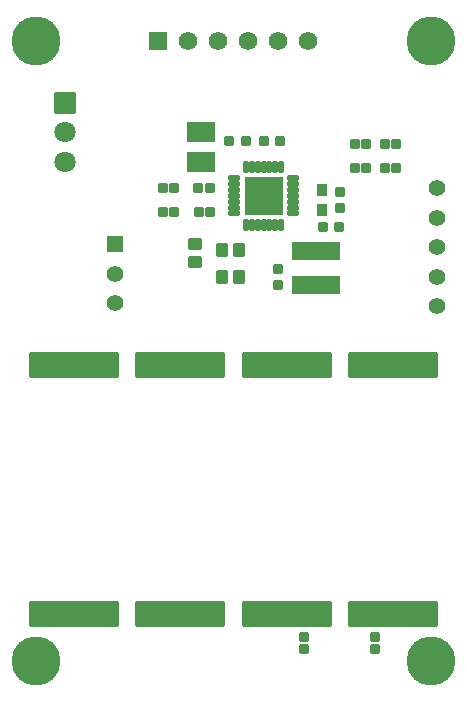
<source format=gbr>
%TF.GenerationSoftware,KiCad,Pcbnew,9.99.0-1490-gab75263b91*%
%TF.CreationDate,2025-06-04T22:15:06+10:00*%
%TF.ProjectId,energy_harvesting_board,656e6572-6779-45f6-9861-727665737469,rev?*%
%TF.SameCoordinates,Original*%
%TF.FileFunction,Soldermask,Top*%
%TF.FilePolarity,Negative*%
%FSLAX46Y46*%
G04 Gerber Fmt 4.6, Leading zero omitted, Abs format (unit mm)*
G04 Created by KiCad (PCBNEW 9.99.0-1490-gab75263b91) date 2025-06-04 22:15:06*
%MOMM*%
%LPD*%
G01*
G04 APERTURE LIST*
G04 Aperture macros list*
%AMRoundRect*
0 Rectangle with rounded corners*
0 $1 Rounding radius*
0 $2 $3 $4 $5 $6 $7 $8 $9 X,Y pos of 4 corners*
0 Add a 4 corners polygon primitive as box body*
4,1,4,$2,$3,$4,$5,$6,$7,$8,$9,$2,$3,0*
0 Add four circle primitives for the rounded corners*
1,1,$1+$1,$2,$3*
1,1,$1+$1,$4,$5*
1,1,$1+$1,$6,$7*
1,1,$1+$1,$8,$9*
0 Add four rect primitives between the rounded corners*
20,1,$1+$1,$2,$3,$4,$5,0*
20,1,$1+$1,$4,$5,$6,$7,0*
20,1,$1+$1,$6,$7,$8,$9,0*
20,1,$1+$1,$8,$9,$2,$3,0*%
G04 Aperture macros list end*
%ADD10C,1.420000*%
%ADD11R,1.400000X1.400000*%
%ADD12C,1.400000*%
%ADD13RoundRect,0.075000X-3.700000X1.000000X-3.700000X-1.000000X3.700000X-1.000000X3.700000X1.000000X0*%
%ADD14RoundRect,0.101300X-0.303900X0.353700X-0.303900X-0.353700X0.303900X-0.353700X0.303900X0.353700X0*%
%ADD15RoundRect,0.075000X-0.350000X0.325000X-0.350000X-0.325000X0.350000X-0.325000X0.350000X0.325000X0*%
%ADD16RoundRect,0.075000X1.100000X0.775000X-1.100000X0.775000X-1.100000X-0.775000X1.100000X-0.775000X0*%
%ADD17RoundRect,0.075000X0.500000X0.400000X-0.500000X0.400000X-0.500000X-0.400000X0.500000X-0.400000X0*%
%ADD18RoundRect,0.101300X0.303900X-0.353700X0.303900X0.353700X-0.303900X0.353700X-0.303900X-0.353700X0*%
%ADD19RoundRect,0.075000X-1.945000X-0.725000X1.945000X-0.725000X1.945000X0.725000X-1.945000X0.725000X0*%
%ADD20RoundRect,0.101300X-0.353700X-0.303900X0.353700X-0.303900X0.353700X0.303900X-0.353700X0.303900X0*%
%ADD21RoundRect,0.101300X0.353700X0.303900X-0.353700X0.303900X-0.353700X-0.303900X0.353700X-0.303900X0*%
%ADD22RoundRect,0.112500X0.375000X0.112500X-0.375000X0.112500X-0.375000X-0.112500X0.375000X-0.112500X0*%
%ADD23RoundRect,0.112500X0.112500X0.375000X-0.112500X0.375000X-0.112500X-0.375000X0.112500X-0.375000X0*%
%ADD24RoundRect,0.075000X1.575000X1.575000X-1.575000X1.575000X-1.575000X-1.575000X1.575000X-1.575000X0*%
%ADD25RoundRect,0.075000X-0.325000X-0.350000X0.325000X-0.350000X0.325000X0.350000X-0.325000X0.350000X0*%
%ADD26C,4.150000*%
%ADD27RoundRect,0.075000X-0.400000X0.500000X-0.400000X-0.500000X0.400000X-0.500000X0.400000X0.500000X0*%
%ADD28RoundRect,0.075000X0.400000X-0.500000X0.400000X0.500000X-0.400000X0.500000X-0.400000X-0.500000X0*%
%ADD29RoundRect,0.075000X0.350000X-0.475000X0.350000X0.475000X-0.350000X0.475000X-0.350000X-0.475000X0*%
%ADD30RoundRect,0.075000X0.825000X-0.825000X0.825000X0.825000X-0.825000X0.825000X-0.825000X-0.825000X0*%
%ADD31C,1.800000*%
%ADD32R,1.570000X1.570000*%
%ADD33C,1.570000*%
G04 APERTURE END LIST*
D10*
%TO.C,TP3*%
X165751100Y-91253600D03*
%TD*%
D11*
%TO.C,R1*%
X138501100Y-96003600D03*
D12*
X138501100Y-98503600D03*
X138501100Y-101003600D03*
%TD*%
D13*
%TO.C,BT2*%
X153001100Y-127253600D03*
X153001100Y-106253600D03*
%TD*%
D14*
%TO.C,C5*%
X152451100Y-87253600D03*
X151051100Y-87253600D03*
%TD*%
D13*
%TO.C,BT1*%
X162001100Y-127253600D03*
X162001100Y-106253600D03*
%TD*%
D15*
%TO.C,R4*%
X143476100Y-91253600D03*
X142526100Y-91253600D03*
%TD*%
D14*
%TO.C,C4*%
X149551100Y-87278600D03*
X148151100Y-87278600D03*
%TD*%
D16*
%TO.C,C3*%
X145751100Y-89003600D03*
X145751100Y-86503600D03*
%TD*%
D17*
%TO.C,R6*%
X145251100Y-97503600D03*
X145251100Y-96003600D03*
%TD*%
D15*
%TO.C,R2*%
X159751100Y-87503600D03*
X158801100Y-87503600D03*
%TD*%
D18*
%TO.C,C2*%
X156051100Y-94503600D03*
X157451100Y-94503600D03*
%TD*%
D15*
%TO.C,R3*%
X159751100Y-89503600D03*
X158801100Y-89503600D03*
%TD*%
D19*
%TO.C,L1*%
X155501100Y-96528600D03*
X155501100Y-99478600D03*
%TD*%
D20*
%TO.C,C1*%
X152251100Y-98053600D03*
X152251100Y-99453600D03*
%TD*%
D21*
%TO.C,C6*%
X157501100Y-92953600D03*
X157501100Y-91553600D03*
%TD*%
D13*
%TO.C,BT3*%
X144001100Y-127253600D03*
X144001100Y-106253600D03*
%TD*%
D22*
%TO.C,U1*%
X153512500Y-93380000D03*
X153512500Y-92880000D03*
X153512500Y-92380000D03*
X153512500Y-91880000D03*
X153512500Y-91380000D03*
X153512500Y-90880000D03*
X153512500Y-90380000D03*
D23*
X152550000Y-89417500D03*
X152050000Y-89417500D03*
X151550000Y-89417500D03*
X151050000Y-89417500D03*
X150550000Y-89417500D03*
X150050000Y-89417500D03*
X149550000Y-89417500D03*
D22*
X148587500Y-90380000D03*
X148587500Y-90880000D03*
X148587500Y-91380000D03*
X148587500Y-91880000D03*
X148587500Y-92380000D03*
X148587500Y-92880000D03*
X148587500Y-93380000D03*
D23*
X149550000Y-94342500D03*
X150050000Y-94342500D03*
X150550000Y-94342500D03*
X151050000Y-94342500D03*
X151550000Y-94342500D03*
X152050000Y-94342500D03*
X152550000Y-94342500D03*
D24*
X151050000Y-91880000D03*
%TD*%
D13*
%TO.C,BT4*%
X135001100Y-127253600D03*
X135001100Y-106253600D03*
%TD*%
D25*
%TO.C,R13*%
X160501100Y-129278600D03*
X160501100Y-130228600D03*
%TD*%
D15*
%TO.C,R11*%
X146501100Y-93253600D03*
X145551100Y-93253600D03*
%TD*%
%TO.C,R10*%
X146476100Y-91253600D03*
X145526100Y-91253600D03*
%TD*%
D26*
%TO.C,*%
X131751100Y-78753600D03*
%TD*%
D27*
%TO.C,R7*%
X149001100Y-98753600D03*
X147501100Y-98753600D03*
%TD*%
D15*
%TO.C,R8*%
X162276100Y-87503600D03*
X161326100Y-87503600D03*
%TD*%
D25*
%TO.C,R14*%
X154501100Y-129278600D03*
X154501100Y-130228600D03*
%TD*%
D26*
%TO.C,*%
X165251100Y-78753600D03*
%TD*%
D15*
%TO.C,R5*%
X143476100Y-93253600D03*
X142526100Y-93253600D03*
%TD*%
D26*
%TO.C,*%
X165251100Y-131253600D03*
%TD*%
%TO.C,*%
X131751100Y-131253600D03*
%TD*%
D28*
%TO.C,R12*%
X147501100Y-96503600D03*
X149001100Y-96503600D03*
%TD*%
D29*
%TO.C,L2*%
X156001100Y-93078600D03*
X156001100Y-91428600D03*
%TD*%
D15*
%TO.C,R9*%
X162276100Y-89503600D03*
X161326100Y-89503600D03*
%TD*%
D30*
%TO.C,J2*%
X134251100Y-84003600D03*
D31*
X134251100Y-86503600D03*
X134251100Y-89003600D03*
%TD*%
D32*
%TO.C,J1*%
X142151100Y-78753600D03*
D33*
X144691100Y-78753600D03*
X147231100Y-78753600D03*
X149771100Y-78753600D03*
X152311100Y-78753600D03*
X154851100Y-78753600D03*
%TD*%
D10*
%TO.C,TP5*%
X165751100Y-101253590D03*
%TD*%
%TO.C,TP4*%
X165751100Y-98753600D03*
%TD*%
%TO.C,TP1*%
X165751100Y-96253590D03*
%TD*%
%TO.C,TP2*%
X165751100Y-93753600D03*
%TD*%
M02*

</source>
